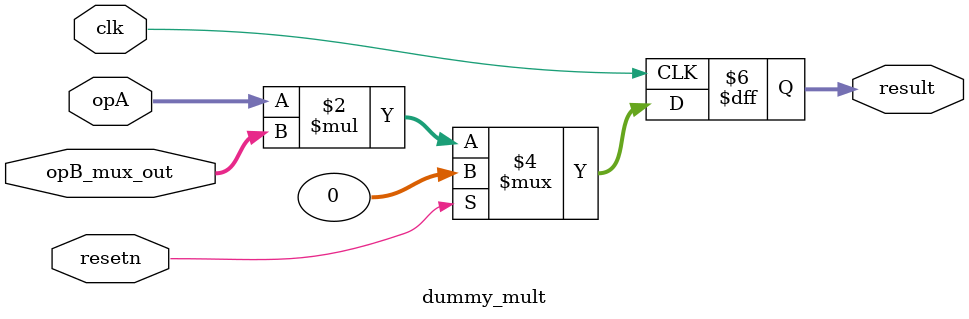
<source format=v>
module dummy_mult  (opA,opB_mux_out, clk, resetn, result);
input [31:0] opA;
input [31:0] opB_mux_out;
input  clk;
input  resetn;
output[31:0] result;
reg [31:0] result;
always @ (posedge clk)
begin
	if (resetn)
	result <= 32'b00000000000000000000000000000000;
	else
		result <= opA * opB_mux_out;
end
		endmodule
</source>
